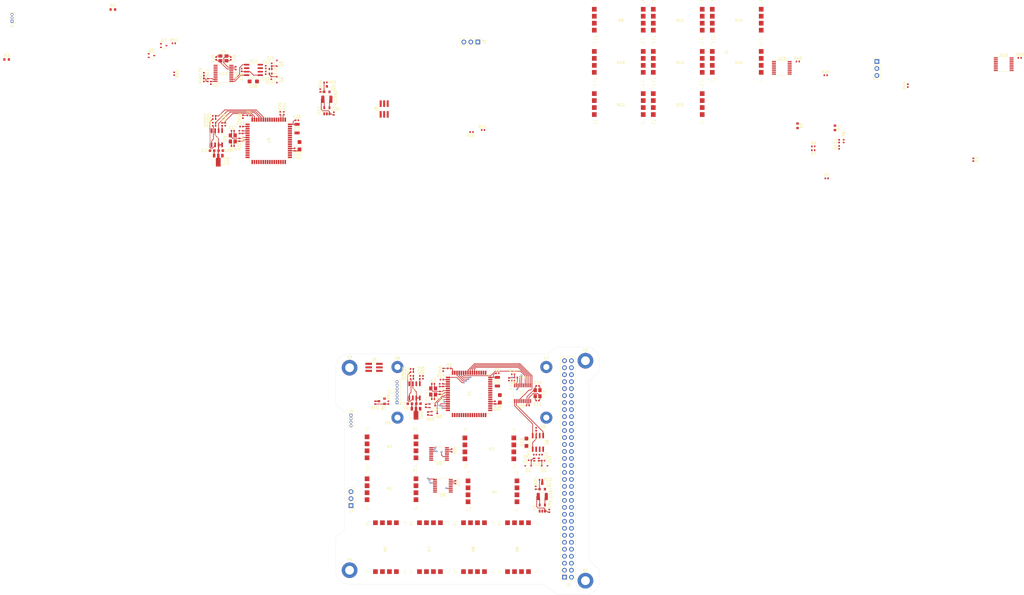
<source format=kicad_pcb>
(kicad_pcb (version 20211014) (generator pcbnew)
  (layers (0 "F.Cu" signal) (1 "In1.Cu" power) (2 "In2.Cu" power) (31 "B.Cu" signal) (34 "B.Paste" user) (35 "F.Paste" user) (36 "B.SilkS" user "B.Silkscreen") (37 "F.SilkS" user "F.Silkscreen") (38 "B.Mask" user) (39 "F.Mask" user) (44 "Edge.Cuts" user))
  (net 0 "")
  (net 1 "GND")
  (net 2 "+5V")
  (net 3 "Net-(CH1-Pad1)")
  (net 4 "+5V_B")
  (net 5 "Net-(CL1-Pad1)")
  (net 6 "/SDA")
  (net 7 "+5V_A")
  (net 9 "+5V_GEIGER")
  (net 10 "Net-(D1-Pad1)")
  (net 11 "Net-(D2-Pad1)")
  (net 12 "Net-(D7-Pad1)")
  (net 13 "Net-(H1-Pad1)")
  (net 14 "Net-(H2-Pad1)")
  (net 15 "Net-(H3-Pad1)")
  (net 16 "Net-(H4-Pad1)")
  (net 17 "Net-(Q1-Pad1)")
  (net 18 "/GEIGER_EN")
  (net 19 "/SCL")
  (net 21 "Net-(C5-Pad1)")
  (net 23 "Net-(R20-Pad1)")
  (net 24 "Net-(R35-Pad1)")
  (net 25 "Net-(Q2-Pad2)")
  (net 26 "Net-(Q2-Pad1)")
  (net 27 "Net-(Q3-Pad1)")
  (net 28 "Net-(C1-Pad1)")
  (net 29 "Net-(C2-Pad1)")
  (net 30 "Net-(C8-Pad1)")
  (net 31 "Net-(C10-Pad1)")
  (net 32 "Net-(C11-Pad1)")
  (net 33 "/CANBUS Controller 0/MCP_RESET")
  (net 34 "Net-(C16-Pad1)")
  (net 35 "Net-(C17-Pad1)")
  (net 36 "Net-(C20-Pad1)")
  (net 37 "Net-(C23-Pad1)")
  (net 38 "Net-(C25-Pad1)")
  (net 39 "Net-(C26-Pad1)")
  (net 40 "/CANBUS Controller 1/MCP_RESET")
  (net 41 "CANH")
  (net 42 "Net-(CH3-Pad1)")
  (net 43 "CANL")
  (net 44 "Net-(CL3-Pad1)")
  (net 45 "Net-(D2-Pad2)")
  (net 46 "Net-(D3-Pad1)")
  (net 47 "Net-(D6-Pad2)")
  (net 48 "Net-(D6-Pad1)")
  (net 49 "/I2C_SCL")
  (net 50 "/I2C_SDA")
  (net 51 "/1WIRE")
  (net 52 "Net-(J6-Pad5)")
  (net 53 "/CANBUS Controller 0/MOSI")
  (net 54 "/CANBUS Controller 0/SCK")
  (net 55 "/CANBUS Controller 0/MISO")
  (net 56 "Net-(J7-Pad1)")
  (net 57 "Net-(J7-Pad3)")
  (net 58 "Net-(J8-Pad5)")
  (net 59 "/CANBUS Controller 1/MOSI")
  (net 60 "/CANBUS Controller 1/SCK")
  (net 61 "/CANBUS Controller 1/MISO")
  (net 62 "Net-(J9-Pad3)")
  (net 63 "Net-(J9-Pad1)")
  (net 64 "/N0_RST")
  (net 65 "/N0_RX")
  (net 66 "/N0_TX")
  (net 67 "/N0_PWR")
  (net 68 "/N1_RST")
  (net 69 "/N1_RX")
  (net 70 "/N1_TX")
  (net 71 "/N1_PWR")
  (net 72 "/N2_RST")
  (net 73 "/N2_RX")
  (net 74 "/N2_TX")
  (net 75 "/N2_PWR")
  (net 76 "/N3_RST")
  (net 77 "/N3_RX")
  (net 78 "/N3_TX")
  (net 79 "/N3_PWR")
  (net 80 "/N8_RST")
  (net 81 "/N8_RX")
  (net 82 "/N8_TX")
  (net 83 "/N8_PWR")
  (net 84 "/N9_RST")
  (net 85 "/N9_RX")
  (net 86 "/N9_TX")
  (net 87 "/N9_PWR")
  (net 88 "/N10_RST")
  (net 89 "/N10_RX")
  (net 90 "/N10_TX")
  (net 91 "/N10_PWR")
  (net 92 "/N11_RST")
  (net 93 "/N11_RX")
  (net 94 "/N11_TX")
  (net 95 "/N11_PWR")
  (net 96 "/N4_RST")
  (net 97 "/N4_RX")
  (net 98 "/N4_TX")
  (net 99 "/N4_PWR")
  (net 100 "/N5_RST")
  (net 101 "/N5_RX")
  (net 102 "/N5_TX")
  (net 103 "/N5_PWR")
  (net 104 "/N6_RST")
  (net 105 "/N6_RX")
  (net 106 "/N6_TX")
  (net 107 "/N6_PWR")
  (net 108 "/N7_RST")
  (net 109 "/N7_RX")
  (net 110 "/N7_TX")
  (net 111 "/N7_PWR")
  (net 112 "/N12_RST")
  (net 113 "/N12_RX")
  (net 114 "/N12_TX")
  (net 115 "/N12_PWR")
  (net 116 "/N13_RST")
  (net 117 "/N13_RX")
  (net 118 "/N13_TX")
  (net 119 "/N13_PWR")
  (net 120 "/N14_RST")
  (net 121 "/N14_RX")
  (net 122 "/N14_TX")
  (net 123 "/N14_PWR")
  (net 124 "/N15_RST")
  (net 125 "/N15_RX")
  (net 126 "/N15_TX")
  (net 127 "/N15_PWR")
  (net 128 "Net-(R13-Pad1)")
  (net 129 "Net-(R14-Pad2)")
  (net 130 "Net-(R15-Pad1)")
  (net 131 "/Payload Supervisor 0/SD_CS")
  (net 132 "Net-(R21-Pad1)")
  (net 133 "Net-(R22-Pad1)")
  (net 134 "Net-(R26-Pad2)")
  (net 135 "Net-(R50-Pad2)")
  (net 136 "/Payload Supervisor 1/SD_CS")
  (net 137 "/Payload Power Control 0/CSENSE")
  (net 138 "/Node RX MUX 0/A0")
  (net 139 "/Node RX MUX 0/A1")
  (net 140 "/Node RX MUX 0/A2")
  (net 141 "/Node RX MUX 0/IN")
  (net 142 "/Node TX MUX 0/IN")
  (net 143 "/CANBUS Controller 0/CS")
  (net 144 "/CANBUS Controller 0/MCP_TX0RTS")
  (net 145 "/CANBUS Controller 0/MCP_RX1BF")
  (net 146 "/CANBUS Controller 0/MCP_RX0BF")
  (net 147 "/CANBUS Controller 0/MCP_INT")
  (net 148 "/Payload Power Control 1/CSENSE")
  (net 149 "/Node RX MUX 1/A0")
  (net 150 "/Node RX MUX 1/A1")
  (net 151 "/Node RX MUX 1/A2")
  (net 152 "/Node RX MUX 1/IN")
  (net 153 "/Node TX MUX 1/IN")
  (net 154 "/CANBUS Controller 1/CS")
  (net 155 "/CANBUS Controller 1/MCP_TX0RTS")
  (net 156 "/CANBUS Controller 1/MCP_RX1BF")
  (net 157 "/CANBUS Controller 1/MCP_RX0BF")
  (net 158 "/CANBUS Controller 1/MCP_INT")
  (net 159 "Net-(Q3-Pad2)")
  (net 160 "Net-(R27-Pad2)")
  (net 161 "Net-(R29-Pad2)")
  (net 162 "Net-(R33-Pad1)")
  (net 163 "Net-(R34-Pad2)")
  (net 164 "Net-(R40-Pad1)")
  (net 165 "Net-(R41-Pad1)")
  (net 166 "Net-(R42-Pad1)")
  (net 167 "Net-(R47-Pad2)")
  (net 168 "Net-(R49-Pad2)")
  (net 169 "Net-(U7-Pad2)")
  (net 170 "Net-(U7-Pad1)")
  (net 171 "Net-(U13-Pad2)")
  (net 172 "Net-(U13-Pad1)")
  (net 173 "MOSFET_GEIGER")
  (net 174 "/Payload Supervisor 0/GEIGER_EN")
  (net 175 "/Payload Supervisor 1/GEIGER_EN")
  (net 180 "/Payload Supervisor 0/GEIGER_FET")
  (net 181 "/Payload Supervisor 0/1WIRE")
  (net 185 "/Payload Supervisor 0/S0_JTAG_TDI")
  (net 186 "/Payload Supervisor 0/S0_JTAG_TDO")
  (net 187 "/Payload Supervisor 0/S0_JTAG_TMS")
  (net 188 "/Payload Supervisor 0/S0_JTAG_TCK")
  (net 202 "/Payload Supervisor 1/GEIGER_FET")
  (net 203 "/Payload Supervisor 1/1WIRE")
  (net 207 "/Payload Supervisor 1/S0_JTAG_TDI")
  (net 208 "/Payload Supervisor 1/S0_JTAG_TDO")
  (net 209 "/Payload Supervisor 1/S0_JTAG_TMS")
  (net 210 "/Payload Supervisor 1/S0_JTAG_TCK")
  (footprint "MountingHole:MountingHole_3.2mm_M3_ISO7380_Pad" (layer "F.Cu") (at 179.705 144.78)
    (fp_text reference "H1")
    (fp_text value "CubeSat Mount / M3")
  )
  (footprint "MountingHole:MountingHole_3.2mm_M3_ISO7380_Pad" (layer "F.Cu") (at 179.705 64.77)
    (fp_text reference "H2")
    (fp_text value "CubeSat Mount / M3")
  )
  (footprint "MountingHole:MountingHole_3.2mm_M3_ISO7380_Pad" (layer "F.Cu") (at 93.98 67.31)
    (fp_text reference "H3")
    (fp_text value "CubeSat Mount / M3")
  )
  (footprint "MountingHole:MountingHole_3.2mm_M3_ISO7380_Pad" (layer "F.Cu") (at 93.98 140.97)
    (fp_text reference "H4")
    (fp_text value "CubeSat Mount / M3")
  )
  (footprint "Connector_PinSocket_2.54mm:PinSocket_2x32_P2.54mm_Vertical" (layer "F.Cu") (at 172.085 143.51 180)
    (fp_text reference "J3")
    (fp_text value "PC/104 Connector")
  )
  (footprint "Connector_PinHeader_2.54mm:PinHeader_1x03_P2.54mm_Vertical" (layer "F.Cu") (at 94.488 117.475 180)
    (fp_text reference "J7")
    (fp_text value "Conn_01x03_Male")
  )
  (footprint "Capacitor_SMD:C_0402_1005Metric" (layer "F.Cu") (at 126.746 73.66 90)
    (fp_text reference "C3" hide)
    (fp_text value "100nF")
  )
  (footprint "Capacitor_SMD:C_0402_1005Metric" (layer "F.Cu") (at 146.812 80.01 90)
    (fp_text reference "C4")
    (fp_text value "100nF")
  )
  (footprint "Capacitor_SMD:C_0402_1005Metric" (layer "F.Cu") (at 166.558 119.3755 90)
    (fp_text reference "C9")
    (fp_text value "100nF")
  )
  (footprint "Capacitor_SMD:C_0402_1005Metric" (layer "F.Cu") (at 162.306 79.248 180)
    (fp_text reference "C11")
    (fp_text value "22pF")
  )
  (footprint "Capacitor_Tantalum_SMD:CP_EIA-3216-10_Kemet-I" (layer "F.Cu") (at 158.242 94.408 90)
    (fp_text reference "C13")
    (fp_text value "22uF")
  )
  (footprint "Capacitor_SMD:C_0402_1005Metric" (layer "F.Cu") (at 161.389 98.933 180)
    (fp_text reference "CH1")
    (fp_text value "50pF")
  )
  (footprint "Capacitor_SMD:C_0402_1005Metric" (layer "F.Cu") (at 63.5 -39.977 -90)
    (fp_text reference "CH3")
    (fp_text value "50pF")
  )
  (footprint "Capacitor_SMD:C_0402_1005Metric" (layer "F.Cu") (at 163.449 98.933)
    (fp_text reference "CL1")
    (fp_text value "50pF")
  )
  (footprint "Capacitor_SMD:C_0402_1005Metric" (layer "F.Cu") (at 63.5 -42.037 90)
    (fp_text reference "CL3")
    (fp_text value "50pF")
  )
  (footprint "LED_SMD:LED_0402_1005Metric" (layer "F.Cu") (at 320.675 -8.359 -90)
    (fp_text reference "D3")
    (fp_text value "LED")
  )
  (footprint "Diode_SMD:D_SOD-323" (layer "F.Cu") (at 164.846 102.997)
    (fp_text reference "D5")
    (fp_text value "TVS2")
  )
  (footprint "Inductor_SMD:L_CommonModeChoke_Coilcraft_0805USB" (layer "F.Cu") (at 161.925 100.711 -90)
    (fp_text reference "FL1")
    (fp_text value "DLW21SN921SK2")
  )
  (footprint "Resistor_SMD:R_0603_1608Metric" (layer "F.Cu") (at 270.383 -19.939 -90)
    (fp_text reference "R1")
    (fp_text value "1M")
  )
  (footprint "Resistor_SMD:R_0402_1005Metric" (layer "F.Cu") (at 271.907 -12.827 90)
    (fp_text reference "R5")
    (fp_text value "1K")
  )
  (footprint "Resistor_SMD:R_0402_1005Metric" (layer "F.Cu") (at 262.509 -11.811 180)
    (fp_text reference "R7")
    (fp_text value "4.7K")
  )
  (footprint "Capacitor_SMD:C_0402_1005Metric" (layer "F.Cu") (at 161.798 89.662 90)
    (fp_text reference "C15")
    (fp_text value "100nF")
  )
  (footprint "Capacitor_SMD:C_0402_1005Metric" (layer "F.Cu") (at 51.515 -13.316 180)
    (fp_text reference "C16")
    (fp_text value "22pF")
  )
  (footprint "Capacitor_SMD:C_0402_1005Metric" (layer "F.Cu") (at 53.928 -18.396 90)
    (fp_text reference "C18" hide)
    (fp_text value "100nF")
  )
  (footprint "Capacitor_SMD:C_0402_1005Metric" (layer "F.Cu") (at 73.994 -12.046 90)
    (fp_text reference "C19")
    (fp_text value "100nF")
  )
  (footprint "Capacitor_Tantalum_SMD:CP_EIA-3216-10_Kemet-I" (layer "F.Cu") (at 75.772 -13.443 90)
    (fp_text reference "C21")
    (fp_text value "22uF")
  )
  (footprint "Capacitor_SMD:C_0402_1005Metric" (layer "F.Cu") (at 88.265 -25.148 90)
    (fp_text reference "C24")
    (fp_text value "100nF")
  )
  (footprint "Capacitor_SMD:C_0402_1005Metric" (layer "F.Cu") (at 50.8 -45.212 -90)
    (fp_text reference "C26")
    (fp_text value "22pF")
  )
  (footprint "LED_SMD:LED_0402_1005Metric" (layer "F.Cu") (at 267.388 -1.579)
    (fp_text reference "D7")
    (fp_text value "LED")
  )
  (footprint "Diode_SMD:D_SOD-323" (layer "F.Cu") (at 67.564 -37.465 -90)
    (fp_text reference "D8")
    (fp_text value "TVS1")
  )
  (footprint "Diode_SMD:D_SOD-323" (layer "F.Cu") (at 67.564 -43.434 90)
    (fp_text reference "D9")
    (fp_text value "TVS2")
  )
  (footprint "MountingHole:MountingHole_2.2mm_M2_Pad" (layer "F.Cu") (at 111.379 85.471)
    (fp_text reference "H5")
    (fp_text value "GeigerBoard Mount / M2")
  )
  (footprint "MountingHole:MountingHole_2.2mm_M2_Pad" (layer "F.Cu") (at 111.379 67.056)
    (fp_text reference "H6")
    (fp_text value "GeigerBoard Mount / M2")
  )
  (footprint "MountingHole:MountingHole_2.2mm_M2_Pad" (layer "F.Cu") (at 165.481 67.056)
    (fp_text reference "H7")
    (fp_text value "GeigerBoard Mount / M2")
  )
  (footprint "MountingHole:MountingHole_2.2mm_M2_Pad" (layer "F.Cu") (at 165.481 85.471)
    (fp_text reference "H8")
    (fp_text value "GeigerBoard Mount / M2")
  )
  (footprint "Connector_PinHeader_1.27mm:PinHeader_1x07_P1.27mm_Vertical" (layer "F.Cu") (at 111.252 80.025 180)
    (fp_text reference "J2")
    (fp_text value "GeigerBoard")
  )
  (footprint "Connector_PinHeader_1.27mm:PinHeader_1x03_P1.27mm_Vertical" (layer "F.Cu") (at -28.697 -58.674 180)
    (fp_text reference "J4")
    (fp_text value "Solar_Temp")
  )
  (footprint "Connector_PinHeader_1.27mm:PinHeader_1x04_P1.27mm_Vertical" (layer "F.Cu") (at 94.488 84.587)
    (fp_text reference "J5")
    (fp_text value "Sensor_Ext")
  )
  (footprint "Connector_PinHeader_1.27mm:PinHeader_2x03_P1.27mm_Vertical_SMD" (layer "F.Cu") (at 106.553 -26.797 90)
    (fp_text reference "J8")
    (fp_text value "Conn_02x03_Odd_Even")
  )
  (footprint "Inductor_SMD:L_1206_3216Metric" (layer "F.Cu") (at 147.701 72.39 90)
    (fp_text reference "L1")
    (fp_text value "Ferrite")
  )
  (footprint "Resistor_SMD:R_0402_1005Metric" (layer "F.Cu") (at 127.889 73.66 -90)
    (fp_text reference "R11")
    (fp_text value "20K")
  )
  (footprint "Resistor_SMD:R_0402_1005Metric" (layer "F.Cu") (at 126.746 76.454 90)
    (fp_text reference "R12")
    (fp_text value "1M")
  )
  (footprint "Resistor_SMD:R_0402_1005Metric" (layer "F.Cu") (at 127.508 71.628 180)
    (fp_text reference "R13")
    (fp_text value "1K")
  )
  (footprint "Resistor_SMD:R_0402_1005Metric" (layer "F.Cu") (at 142.496 -19.177)
    (fp_text reference "R14")
    (fp_text value "1K")
  )
  (footprint "Resistor_SMD:R_0402_1005Metric" (layer "F.Cu") (at 138.303 -18.415 180)
    (fp_text reference "R15")
    (fp_text value "1K")
  )
  (footprint "Resistor_SMD:R_0402_1005Metric" (layer "F.Cu") (at 128.016 68.072 90)
    (fp_text reference "R16")
    (fp_text value "1K")
  )
  (footprint "Resistor_SMD:R_0402_1005Metric" (layer "F.Cu") (at 163.51 108.0725)
    (fp_text reference "R23")
    (fp_text value "1K")
  )
  (footprint "Resistor_SMD:R_0402_1005Metric" (layer "F.Cu") (at 161.605 110.9935 -90)
    (fp_text reference "R24")
    (fp_text value "10K")
  )
  (footprint "Resistor_SMD:R_0402_1005Metric" (layer "F.Cu") (at 132.461 108.966 -90)
    (fp_text reference "R27")
    (fp_text value "33K")
  )
  (footprint "Resistor_SMD:R_0402_1005Metric" (layer "F.Cu") (at 158.75 81.026 180)
    (fp_text reference "R28")
    (fp_text value "1M")
  )
  (footprint "Resistor_SMD:R_0402_1005Metric" (layer "F.Cu") (at 154.432 70.866)
    (fp_text reference "R29")
    (fp_text value "1K")
  )
  (footprint "Resistor_SMD:R_0402_1005Metric" (layer "F.Cu") (at 153.416 69.723)
    (fp_text reference "R30")
    (fp_text value "10K")
  )
  (footprint "Resistor_SMD:R_1210_3225Metric" (layer "F.Cu") (at 164.018 114.1685)
    (fp_text reference "R_CSB1")
    (fp_text value "0.1")
  )
  (footprint "Package_SO:TSSOP-16_4.4x5mm_P0.65mm" (layer "F.Cu") (at 126.492 98.679 180)
    (fp_text reference "U5")
    (fp_text value "74HC4051BQ,115")
  )
  (footprint "Crystal:Crystal_SMD_3225-4Pin_3.2x2.5mm" (layer "F.Cu") (at 51.515 -16.11 90)
    (fp_text reference "Y3")
    (fp_text value "8 MHz")
  )
  (footprint "Crystal:Crystal_SMD_3225-4Pin_3.2x2.5mm" (layer "F.Cu") (at 48.133 -45.212 180)
    (fp_text reference "Y4")
    (fp_text value "12MHz")
  )
  (footprint "Package_TO_SOT_SMD:SOT-23-5" (layer "F.Cu") (at 164.018 118.3595 90)
    (fp_text reference "U4")
    (fp_text value "MAX4372FEUK")
  )
  (footprint "Capacitor_SMD:C_0402_1005Metric" (layer "F.Cu") (at 124.333 73.152)
    (fp_text reference "C2")
    (fp_text value "22pF")
  )
  (footprint "Capacitor_SMD:C_0402_1005Metric" (layer "F.Cu") (at 147.701 69.342)
    (fp_text reference "C5")
    (fp_text value "100nF")
  )
  (footprint "Capacitor_Tantalum_SMD:CP_EIA-3216-10_Kemet-I" (layer "F.Cu") (at 148.59 78.613 90)
    (fp_text reference "C6")
    (fp_text value "22uF")
  )
  (footprint "Capacitor_SMD:C_0402_1005Metric" (layer "F.Cu") (at 162.306 73.914)
    (fp_text reference "C10")
    (fp_text value "22pF")
  )
  (footprint "Capacitor_SMD:C_0402_1005Metric" (layer "F.Cu") (at 153.416 72.009 180)
    (fp_text reference "C12")
    (fp_text value "100nF")
  )
  (footprint "Capacitor_SMD:C_0402_1005Metric" (layer "F.Cu") (at 151.892 71.501 -90)
    (fp_text reference "C14")
    (fp_text value "100nF")
  )
  (footprint "Capacitor_SMD:C_0402_1005Metric" (layer "F.Cu") (at 159.512 100.965 180)
    (fp_text reference "CH2")
    (fp_text value "50pF")
  )
  (footprint "Capacitor_SMD:C_0402_1005Metric" (layer "F.Cu") (at 65.532 -38.1 -90)
    (fp_text reference "CH4")
    (fp_text value "50pF")
  )
  (footprint "Capacitor_SMD:C_0402_1005Metric" (layer "F.Cu") (at 164.338 101.092)
    (fp_text reference "CL2")
    (fp_text value "50pF")
  )
  (footprint "Capacitor_SMD:C_0402_1005Metric" (layer "F.Cu") (at 65.659 -42.926 90)
    (fp_text reference "CL4")
    (fp_text value "50pF")
  )
  (footprint "LED_SMD:LED_0402_1005Metric" (layer "F.Cu") (at 271.907 -15.113 90)
    (fp_text reference "D1")
    (fp_text value "LED_PWON")
  )
  (footprint "LED_SMD:LED_0402_1005Metric" (layer "F.Cu") (at 130.175 67.564)
    (fp_text reference "D2")
    (fp_text value "LED_STATUS")
  )
  (footprint "Diode_SMD:D_SOD-323" (layer "F.Cu") (at 158.877 102.997 180)
    (fp_text reference "D4")
    (fp_text value "TVS1")
  )
  (footprint "LED_SMD:LED_0402_1005Metric" (layer "F.Cu") (at 57.357 -24.492)
    (fp_text reference "D6")
    (fp_text value "LED_STATUS")
  )
  (footprint "Inductor_SMD:L_CommonModeChoke_Coilcraft_0805USB" (layer "F.Cu") (at 65.278 -40.513)
    (fp_text reference "FL2")
    (fp_text value "DLW21SN921SK2")
  )
  (footprint "Resistor_SMD:R_0603_1608Metric" (layer "F.Cu") (at 256.794 -20.701 -90)
    (fp_text reference "R2")
    (fp_text value "1M")
  )
  (footprint "Resistor_SMD:R_0603_1608Metric" (layer "F.Cu") (at -30.666 -44.831)
    (fp_text reference "R3")
    (fp_text value "1M")
  )
  (footprint "Resistor_SMD:R_0603_1608Metric" (layer "F.Cu") (at 7.942 -62.992)
    (fp_text reference "R4")
    (fp_text value "1M")
  )
  (footprint "Resistor_SMD:R_0402_1005Metric" (layer "F.Cu") (at 262.509 -13.208)
    (fp_text reference "R6")
    (fp_text value "4.7K")
  )
  (footprint "Resistor_SMD:R_0402_1005Metric" (layer "F.Cu") (at 273.558 -15.113 -90)
    (fp_text reference "R8")
    (fp_text value "4.7K")
  )
  (footprint "Package_QFP:TQFP-64_14x14mm_P0.8mm" (layer "F.Cu") (at 137.414 76.835 -90)
    (fp_text reference "U1")
    (fp_text value "ATmega128A-AU")
  )
  (footprint "Crystal:Crystal_SMD_3225-4Pin_3.2x2.5mm" (layer "F.Cu") (at 162.306 76.581 90)
    (fp_text reference "Y2")
    (fp_text value "12MHz")
  )
  (footprint "Package_TO_SOT_SMD:SOT-23" (layer "F.Cu") (at 85.725 -34.038 90)
    (fp_text reference "Q3")
    (fp_text value "PMV65XP")
  )
  (footprint "Resistor_SMD:R_0402_1005Metric" (layer "F.Cu") (at 54.69 -20.428 180)
    (fp_text reference "R33")
    (fp_text value "1K")
  )
  (footprint "Resistor_SMD:R_0402_1005Metric" (layer "F.Cu") (at 70.057 -25.254 -90)
    (fp_text reference "R34")
    (fp_text value "1K")
  )
  (footprint "ykts-mcu-node:YktSat_MCU_node" (layer "F.Cu") (at 118.11 118.364 180)
    (fp_text reference "N1")
    (fp_text value "YKTS-MCU-NODE")
  )
  (footprint "ykts-mcu-node:YktSat_MCU_node" (layer "F.Cu") (at 118.11 103.124 180)
    (fp_text reference "N2")
    (fp_text value "YKTS-MCU-NODE")
  )
  (footprint "ykts-mcu-node:YktSat_MCU_node" (layer "F.Cu") (at 135.89 89.789)
    (fp_text reference "N3")
    (fp_text value "YKTS-MCU-NODE")
  )
  (footprint "ykts-mcu-node:YktSat_MCU_node" (layer "F.Cu") (at 137.033 105.41)
    (fp_text reference "N4")
    (fp_text value "YKTS-MCU-NODE")
  )
  (footprint "ykts-mcu-node:YktSat_MCU_node" (layer "F.Cu") (at 114.046 123.698 -90)
    (fp_text reference "N5")
    (fp_text value "YKTS-MCU-NODE")
  )
  (footprint "ykts-mcu-node:YktSat_MCU_node" (layer "F.Cu") (at 162.052 123.698 -90)
    (fp_text reference "N6")
    (fp_text value "YKTS-MCU-NODE")
  )
  (footprint "ykts-mcu-node:YktSat_MCU_node" (layer "F.Cu") (at 130.048 123.698 -90)
    (fp_text reference "N7")
    (fp_text value "YKTS-MCU-NODE")
  )
  (footprint "ykts-mcu-node:YktSat_MCU_node" (layer "F.Cu") (at 146.05 123.698 -90)
    (fp_text reference "N8")
    (fp_text value "YKTS-MCU-NODE")
  )
  (footprint "Capacitor_SMD:C_0402_1005Metric" (layer "F.Cu") (at 51.515 -18.904)
    (fp_text reference "C17")
    (fp_text value "22pF")
  )
  (footprint "Capacitor_SMD:C_0402_1005Metric" (layer "F.Cu") (at 74.883 -22.714)
    (fp_text reference "C20")
    (fp_text value "100nF")
  )
  (footprint "Capacitor_SMD:C_0402_1005Metric" (layer "F.Cu") (at 45.466 -45.212 90)
    (fp_text reference "C25")
    (fp_text value "22pF")
  )
  (footprint "Capacitor_Tantalum_SMD:CP_EIA-3216-10_Kemet-I" (layer "F.Cu") (at 58.975 -36.83 180)
    (fp_text reference "C28")
    (fp_text value "22uF")
  )
  (footprint "Connector_PinHeader_2.54mm:PinHeader_1x03_P2.54mm_Vertical" (layer "F.Cu") (at 285.629 -44.072)
    (fp_text reference "J1")
    (fp_text value "DBG_PWR")
  )
  (footprint "Connector_PinHeader_2.54mm:PinHeader_1x03_P2.54mm_Vertical" (layer "F.Cu") (at 140.589 -51.181 -90)
    (fp_text reference "J9")
    (fp_text value "Conn_01x03_Male")
  )
  (footprint "ykts-mcu-node:YktSat_MCU_node" (layer "F.Cu") (at 182.926 -66.14)
    (fp_text reference "N9")
    (fp_text value "YKTS-MCU-NODE")
  )
  (footprint "ykts-mcu-node:YktSat_MCU_node" (layer "F.Cu") (at 182.926 -50.8)
    (fp_text reference "N10")
    (fp_text value "YKTS-MCU-NODE")
  )
  (footprint "ykts-mcu-node:YktSat_MCU_node" (layer "F.Cu") (at 204.366 -66.14)
    (fp_text reference "N11")
    (fp_text value "YKTS-MCU-NODE")
  )
  (footprint "ykts-mcu-node:YktSat_MCU_node" (layer "F.Cu") (at 182.926 -35.46)
    (fp_text reference "N12")
    (fp_text value "YKTS-MCU-NODE")
  )
  (footprint "ykts-mcu-node:YktSat_MCU_node" (layer "F.Cu") (at 204.366 -50.8)
    (fp_text reference "N13")
    (fp_text value "YKTS-MCU-NODE")
  )
  (footprint "ykts-mcu-node:YktSat_MCU_node" (layer "F.Cu") (at 225.806 -66.14)
    (fp_text reference "N14")
    (fp_text value "YKTS-MCU-NODE")
  )
  (footprint "ykts-mcu-node:YktSat_MCU_node" (layer "F.Cu") (at 204.366 -35.46)
    (fp_text reference "N15")
    (fp_text value "YKTS-MCU-NODE")
  )
  (footprint "ykts-mcu-node:YktSat_MCU_node" (layer "F.Cu") (at 225.806 -50.8)
    (fp_text reference "N16")
    (fp_text value "YKTS-MCU-NODE")
  )
  (footprint "Resistor_SMD:R_0402_1005Metric" (layer "F.Cu") (at 68.787 -25.254 90)
    (fp_text reference "R35")
    (fp_text value "1K")
  )
  (footprint "Resistor_SMD:R_0402_1005Metric" (layer "F.Cu") (at 55.198 -23.984 90)
    (fp_text reference "R36")
    (fp_text value "1K")
  )
  (footprint "Resistor_SMD:R_0402_1005Metric" (layer "F.Cu") (at 85.217 -36.451)
    (fp_text reference "R43")
    (fp_text value "1K")
  )
  (footprint "Resistor_SMD:R_0402_1005Metric" (layer "F.Cu") (at 83.312 -33.53 -90)
    (fp_text reference "R44")
    (fp_text value "10K")
  )
  (footprint "Resistor_SMD:R_0402_1005Metric" (layer "F.Cu") (at 296.868 -35.3075 90)
    (fp_text reference "R45")
    (fp_text value "1K")
  )
  (footprint "Resistor_SMD:R_0402_1005Metric" (layer "F.Cu") (at 52.578 -41.656 -90)
    (fp_text reference "R46")
    (fp_text value "1M")
  )
  (footprint "Resistor_SMD:R_0402_1005Metric" (layer "F.Cu") (at 42.418 -37.338 90)
    (fp_text reference "R47")
    (fp_text value "1K")
  )
  (footprint "Resistor_SMD:R_0402_1005Metric" (layer "F.Cu") (at 41.021 -37.338 90)
    (fp_text reference "R48")
    (fp_text value "10K")
  )
  (footprint "Resistor_SMD:R_0402_1005Metric" (layer "F.Cu") (at 256.909 -44.083)
    (fp_text reference "R49")
    (fp_text value "33K")
  )
  (footprint "Resistor_SMD:R_0402_1005Metric" (layer "F.Cu") (at 337.549 -45.402)
    (fp_text reference "R50")
    (fp_text value "33K")
  )
  (footprint "Resistor_SMD:R_1210_3225Metric" (layer "F.Cu") (at 85.725 -30.355)
    (fp_text reference "R_CSB2")
    (fp_text value "0.1")
  )
  (footprint "Package_SO:TSSOP-16_4.4x5mm_P0.65mm" (layer "F.Cu") (at 127.889 110.236 180)
    (fp_text reference "U6")
    (fp_text value "74HC4051BQ,115")
  )
  (footprint "Package_SO:TSSOP-20_4.4x6.5mm_P0.65mm" (layer "F.Cu") (at 156.845 76.581 90)
    (fp_text reference "U7")
    (fp_text value "MCP2515-xST")
  )
  (footprint "Package_SO:SOIC-8_3.9x4.9mm_P1.27mm" (layer "F.Cu") (at 162.433 94.488 -90)
    (fp_text reference "U8")
    (fp_text value "MCP2551-I-SN")
  )
  (footprint "Package_QFP:TQFP-64_14x14mm_P0.8mm" (layer "F.Cu") (at 64.596 -15.221 -90)
    (fp_text reference "U9")
    (fp_text value "ATmega128A-AU")
  )
  (footprint "Package_TO_SOT_SMD:SOT-23-5" (layer "F.Cu") (at 85.725 -26.164 90)
    (fp_text reference "U12")
    (fp_text value "MAX4372FEUK")
  )
  (footprint "Package_SO:TSSOP-20_4.4x6.5mm_P0.65mm" (layer "F.Cu") (at 48.133 -39.751 180)
    (fp_text reference "U13")
    (fp_text value "MCP2515-xST")
  )
  (footprint "Package_SO:SOIC-8_3.9x4.9mm_P1.27mm" (layer "F.Cu") (at 59.055 -41.021)
    (fp_text reference "U14")
    (fp_text value "MCP2551-I-SN")
  )
  (footprint "Package_SO:TSSOP-16_4.4x5mm_P0.65mm" (layer "F.Cu") (at 251.079 -41.783)
    (fp_text reference "U15")
    (fp_text value "74HC4051BQ,115")
  )
  (footprint "Package_SO:TSSOP-16_4.4x5mm_P0.65mm" (layer "F.Cu") (at 331.719 -43.102)
    (fp_text reference "U16")
    (fp_text value "74HC4051BQ,115")
  )
  (footprint "Capacitor_SMD:C_0402_1005Metric" (layer "F.Cu") (at 124.333 78.74 180)
    (fp_text reference "C1")
    (fp_text value "22pF")
  )
  (footprint "Capacitor_SMD:C_0402_1005Metric" (layer "F.Cu") (at 43.561 -36.322 -90)
    (fp_text reference "C27")
    (fp_text value "100nF")
  )
  (footprint "Capacitor_SMD:C_0402_1005Metric" (layer "F.Cu") (at 41.021 -39.497 90)
    (fp_text reference "C29")
    (fp_text value "100nF")
  )
  (footprint "Capacitor_SMD:C_0402_1005Metric" (layer "F.Cu") (at 54.737 -41.021 90)
    (fp_text reference "C30")
    (fp_text value "100nF")
  )
  (footprint "Connector_PinHeader_1.27mm:PinHeader_2x03_P1.27mm_Vertical_SMD" (layer "F.Cu") (at 102.87 67.183)
    (fp_text reference "J6")
    (fp_text value "Conn_02x03_Odd_Even")
  )
  (footprint "Inductor_SMD:L_1206_3216Metric" (layer "F.Cu") (at 74.883 -19.666 90)
    (fp_text reference "L2")
    (fp_text value "Ferrite")
  )
  (footprint "Package_TO_SOT_SMD:SOT-23" (layer "F.Cu") (at 105.664 79.502 180)
    (fp_text reference "Q1")
    (fp_text value "PMV65XP")
  )
  (footprint "Package_TO_SOT_SMD:SOT-23" (layer "F.Cu") (at 164.018 110.4855 90)
    (fp_text reference "Q2")
    (fp_text value "PMV65XP")
  )
  (footprint "Resistor_SMD:R_0402_1005Metric" (layer "F.Cu") (at 108.077 80.01 90)
    (fp_text reference "R9")
    (fp_text value "1K")
  )
  (footprint "Resistor_SMD:R_0402_1005Metric" (layer "F.Cu") (at 103.251 80.01 -90)
    (fp_text reference "R10")
    (fp_text value "10K")
  )
  (footprint "Resistor_SMD:R_0402_1005Metric" (layer "F.Cu") (at 267.0275 -39.077)
    (fp_text reference "R25")
    (fp_text value "1K")
  )
  (footprint "Resistor_SMD:R_0402_1005Metric" (layer "F.Cu") (at 131.064 97.409 -90)
    (fp_text reference "R26")
    (fp_text value "33K")
  )
  (footprint "Resistor_SMD:R_0402_1005Metric" (layer "F.Cu") (at 55.071 -18.396 -90)
    (fp_text reference "R31")
    (fp_text value "20K")
  )
  (footprint "Resistor_SMD:R_0402_1005Metric" (layer "F.Cu") (at 53.928 -15.602 90)
    (fp_text reference "R32")
    (fp_text value "1M")
  )
  (footprint "Crystal:Crystal_SMD_3225-4Pin_3.2x2.5mm" (layer "F.Cu") (at 124.333 75.946 90)
    (fp_text reference "Y1")
    (fp_text value "8 MHz")
  )
  (footprint "Resistor_SMD:R_0402_1005Metric" (layer "F.Cu") (at 30.231 -39.624 -90)
    (fp_text reference "R52")
    (fp_text value "10K")
  )
  (footprint "Resistor_SMD:R_0402_1005Metric" (layer "F.Cu") (at 119.507 70.8015 90)
    (fp_text reference "R22")
    (fp_text value "4.7K")
  )
  (footprint "Capacitor_SMD:C_0603_1608Metric" (layer "F.Cu") (at 115.8885 80.391 180)
    (fp_text reference "C7")
    (fp_text value "10uF")
  )
  (footprint "Package_TO_SOT_SMD:SOT-323_SC-70" (layer "F.Cu") (at 124.079 81.153)
    (fp_text reference "Q4")
    (fp_text value "RJU003N03 NMOS")
  )
  (footprint "Resistor_SMD:R_0402_1005Metric" (layer "F.Cu") (at 116.6505 71.374)
    (fp_text reference "R21")
    (fp_text value "4.7K")
  )
  (footprint "Resistor_SMD:R_0402_1005Metric" (layer "F.Cu") (at 116.6505 70.231 180)
    (fp_text reference "R18")
    (fp_text value "10K")
  )
  (footprint "Resistor_SMD:R_0402_1005Metric" (layer "F.Cu") (at 44.784 -20.682)
    (fp_text reference "R41")
    (fp_text value "4.7K")
  )
  (footprint "Package_TO_SOT_SMD:SOT-323_SC-70" (layer "F.Cu") (at 21.971 -46.228)
    (fp_text reference "Q5")
    (fp_text value "RJU003N03 NMOS")
  )
  (footprint "Resistor_SMD:R_0402_1005Metric" (layer "F.Cu") (at 44.784 -21.825 180)
    (fp_text reference "R38")
    (fp_text value "10K")
  )
  (footprint "Resistor_SMD:R_0402_1005Metric" (layer "F.Cu") (at 44.782 -24.3015 180)
    (fp_text reference "R37")
    (fp_text value "10K")
  )
  (footprint "Capacitor_SMD:C_0603_1608Metric" (layer "F.Cu") (at 44.022 -11.665 180)
    (fp_text reference "C22")
    (fp_text value "10uF")
  )
  (footprint "Resistor_SMD:R_0402_1005Metric" (layer "F.Cu") (at 121.666 81.153 -90)
    (fp_text reference "R51" hide)
    (fp_text value "10K")
  )
  (footprint "Package_SO:SO-8_3.9x4.9mm_P1.27mm" (layer "F.Cu") (at 45.7355 -16.3365 -90)
    (fp_text reference "U11")
    (fp_text value "AT25DF161-SF-T")
  )
  (footprint "Resistor_SMD:R_0402_1005Metric" (layer "F.Cu") (at 47.6405 -21.2545 90)
    (fp_text reference "R42")
    (fp_text value "4.7K")
  )
  (footprint "Capacitor_SMD:C_0603_1608Metric" (layer "F.Cu") (at 118.999 80.391)
    (fp_text reference "C8")
    (fp_text value "22uF")
  )
  (footprint "Resistor_SMD:R_0402_1005Metric" (layer "F.Cu") (at 116.6485 68.8975)
    (fp_text reference "R20")
    (fp_text value "4.7K")
  )
  (footprint "Resistor_SMD:R_0402_1005Metric" (layer "F.Cu") (at 48.7835 -21.2545 -90)
    (fp_text reference "R39")
    (fp_text value "10K")
  )
  (footprint "Package_TO_SOT_SMD:SOT-89-3" (layer "F.Cu") (at 118.11 83.8825 -90)
    (fp_text reference "U2")
    (fp_text value "AMS1117-3.3")
  )
  (footprint "Package_TO_SOT_SMD:SOT-89-3" (layer "F.Cu") (at 46.2435 -8.1735 -90)
    (fp_text reference "U10")
    (fp_text value "AMS1117-3.3")
  )
  (footprint "Capacitor_SMD:C_0603_1608Metric" (layer "F.Cu") (at 47.1325 -11.665)
    (fp_text reference "C23")
    (fp_text value "22uF")
  )
  (footprint "Package_TO_SOT_SMD:SOT-323_SC-70" (layer "F.Cu") (at 26.421 -49.878)
    (fp_text reference "Q7")
    (fp_text value "RJU003N03 NMOS")
  )
  (footprint "Package_SO:SO-8_3.9x4.9mm_P1.27mm" (layer "F.Cu") (at 117.602 75.7195 -90)
    (fp_text reference "U3")
    (fp_text value "AT25DF161-SF-T")
  )
  (footprint "Resistor_SMD:R_0402_1005Metric" (layer "F.Cu") (at 122.428 83.947 -90)
    (fp_text reference "R53")
    (fp_text value "10K")
  )
  (footprint "Resistor_SMD:R_0402_1005Metric" (layer "F.Cu") (at 30.101 -50.708)
    (fp_text reference "R54")
    (fp_text value "10K")
  )
  (footprint "Resistor_SMD:R_0402_1005Metric" (layer "F.Cu") (at 44.782 -23.1585)
    (fp_text reference "R40")
    (fp_text value "4.7K")
  )
  (footprint "Resistor_SMD:R_0402_1005Metric" (layer "F.Cu") (at 120.65 70.8015 -90)
    (fp_text reference "R19")
    (fp_text value "10K")
  )
  (footprint "Package_TO_SOT_SMD:SOT-323_SC-70" (layer "F.Cu") (at 124.841 83.947)
    (fp_text reference "Q6")
    (fp_text value "RJU003N03 NMOS")
  )
  (footprint "Resistor_SMD:R_0402_1005Metric" (layer "F.Cu") (at 116.6485 67.7545 180)
    (fp_text reference "R17")
    (fp_text value "10K")
  )
  (gr_line (start 88.9 80.645) (end 88.9 68.58) (layer "Edge.Cuts") (width 0.05))
  (gr_line (start 184.785 68.58) (end 184.785 64.77) (layer "Edge.Cuts") (width 0.05))
  (gr_line (start 88.9 68.58) (end 88.9 67.437) (layer "Edge.Cuts") (width 0.05))
  (gr_arc (start 184.785 144.78) (mid 183.297102 148.372102) (end 179.705 149.86) (layer "Edge.Cuts") (width 0.05))
  (gr_line (start 92.075 83.185) (end 88.9 80.645) (layer "Edge.Cuts") (width 0.05))
  (gr_line (start 169.545 59.69) (end 179.705 59.69) (layer "Edge.Cuts") (width 0.05))
  (gr_line (start 92.075 126.365) (end 92.075 83.185) (layer "Edge.Cuts") (width 0.05))
  (gr_arc (start 93.98 146.05) (mid 90.387898 144.562102) (end 88.9 140.97) (layer "Edge.Cuts") (width 0.05))
  (gr_line (start 169.545 59.69) (end 166.116 62.23) (layer "Edge.Cuts") (width 0.05))
  (gr_arc (start 179.705 59.69) (mid 183.297102 61.177898) (end 184.785 64.77) (layer "Edge.Cuts") (width 0.05))
  (gr_line (start 88.9 128.905) (end 92.075 126.365) (layer "Edge.Cuts") (width 0.05))
  (gr_line (start 166.116 62.23) (end 93.98 62.23) (layer "Edge.Cuts") (width 0.05))
  (gr_line (start 88.9 140.97) (end 88.9 128.905) (layer "Edge.Cuts") (width 0.05))
  (gr_line (start 179.705 149.86) (end 169.545 149.86) (layer "Edge.Cuts") (width 0.05))
  (gr_line (start 164.465 146.05) (end 93.98 146.05) (layer "Edge.Cuts") (width 0.05))
  (gr_line (start 169.545 149.86) (end 164.465 146.05) (layer "Edge.Cuts") (width 0.05))
  (gr_line (start 180.975 72.39) (end 180.975 137.16) (layer "Edge.Cuts") (width 0.05))
  (gr_line (start 180.975 137.16) (end 184.785 140.97) (layer "Edge.Cuts") (width 0.05))
  (gr_line (start 180.975 72.39) (end 184.785 68.58) (layer "Edge.Cuts") (width 0.05))
  (gr_line (start 184.785 140.97) (end 184.785 144.78) (layer "Edge.Cuts") (width 0.05))
  (gr_arc (start 88.901587 67.43696) (mid 90.343288 63.763069) (end 93.98 62.23) (layer "Edge.Cuts") (width 0.05))
  (segment (start 145.114 79.635) (end 146.707 79.635) (width 0.25) (layer "F.Cu") (net 1))
  (segment (start 161.456 77.681) (end 161.456 78.878) (width 0.25) (layer "F.Cu") (net 1))
  (segment (start 49.233 -44.362) (end 50.43 -44.362) (width 0.25) (layer "F.Cu") (net 1))
  (segment (start 51.995 -18.904) (end 51.995 -17.58) (width 0.25) (layer "F.Cu") (net 1))
  (segment (start 124.813 74.476) (end 125.183 74.846) (width 0.25) (layer "F.Cu") (net 1))
  (segment (start 51.035 -14.64) (end 50.665 -15.01) (width 0.25) (layer "F.Cu") (net 1))
  (segment (start 47.033 -46.062) (end 45.836 -46.062) (width 0.25) (layer "F.Cu") (net 1))
  (segment (start 163.156 75.481) (end 163.156 74.284) (width 0.25) (layer "F.Cu") (net 1))
  (segment (start 51.995 -17.58) (end 52.365 -17.21) (width 0.25) (layer "F.Cu") (net 1))
  (segment (start 51.035 -13.316) (end 51.035 -14.64) (width 0.25) (layer "F.Cu") (net 1))
  (segment (start 124.813 73.152) (end 124.813 74.476) (width 0.25) (layer "F.Cu") (net 1))
  (segment (start 50.43 -44.362) (end 50.8 -44.732) (width 0.25) (layer "F.Cu") (net 1))
  (segment (start 123.853 77.416) (end 123.483 77.046) (width 0.25) (layer "F.Cu") (net 1))
  (segment (start 123.853 78.74) (end 123.853 77.416) (width 0.25) (layer "F.Cu") (net 1))
  (segment (start 161.456 78.878) (end 161.826 79.248) (width 0.25) (layer "F.Cu") (net 1))
  (segment (start 146.707 79.635) (end 146.812 79.53) (width 0.25) (layer "F.Cu") (net 1))
  (segment (start 72.296 -12.421) (end 73.889 -12.421) (width 0.25) (layer "F.Cu") (net 1))
  (segment (start 45.836 -46.062) (end 45.466 -45.692) (width 0.25) (layer "F.Cu") (net 1))
  (segment (start 163.156 74.284) (end 162.786 73.914) (width 0.25) (layer "F.Cu") (net 1))
  (segment (start 73.889 -12.421) (end 73.994 -12.526) (width 0.25) (layer "F.Cu") (net 1))
  (segment (start 104.662 79.5) (end 104.664 79.502) (width 0.35) (layer "F.Cu") (net 2))
  (segment (start 103.251 79.5) (end 104.662 79.5) (width 0.35) (layer "F.Cu") (net 2))
  (segment (start 86.675 -25.064) (end 87.333 -25.064) (width 0.25) (layer "F.Cu") (net 4))
  (segment (start 83.693 -26.672) (end 84.201 -26.164) (width 0.25) (layer "F.Cu") (net 4))
  (segment (start 54.892 -40.386) (end 54.737 -40.541) (width 0.25) (layer "F.Cu") (net 4))
  (segment (start 75.245 -11.566) (end 73.994 -11.566) (width 0.35) (layer "F.Cu") (net 4))
  (segment (start 43.585 -36.826) (end 43.561 -36.802) (width 0.25) (layer "F.Cu") (net 4))
  (segment (start 84.2625 -30.355) (end 83.693 -30.355) (width 0.25) (layer "F.Cu") (net 4))
  (segment (start 73.939 -11.621) (end 73.994 -11.566) (width 0.25) (layer "F.Cu") (net 4))
  (segment (start 53.958 -17.886) (end 53.928 -17.916) (width 0.25) (layer "F.Cu") (net 4))
  (segment (start 59.055 -39.116) (end 61.53 -39.116) (width 0.25) (layer "F.Cu") (net 4))
  (segment (start 45.2705 -36.826) (end 43.585 -36.826) (width 0.25) (layer "F.Cu") (net 4))
  (segment (start 55.206 -18.021) (end 55.071 -17.886) (width 0.25) (layer "F.Cu") (net 4))
  (segment (start 84.775 -27.264) (end 84.775 -29.8425) (width 0.25) (layer "F.Cu") (net 4))
  (segment (start 75.772 -12.093) (end 75.245 -11.566) (width 0.35) (layer "F.Cu") (net 4))
  (segment (start 86.675 -25.844) (end 86.675 -25.064) (width 0.25) (layer "F.Cu") (net 4))
  (segment (start 44.7435 -11.6115) (end 44.797 -11.665) (width 0.35) (layer "F.Cu") (net 4))
  (segment (start 44.7435 -9.8235) (end 44.7435 -11.6115) (width 0.35) (layer "F.Cu") (net 4))
  (segment (start 56.58 -40.386) (end 57.785 -40.386) (width 0.25) (layer "F.Cu") (net 4))
  (segment (start 55.071 -17.886) (end 53.958 -17.886) (width 0.25) (layer "F.Cu") (net 4))
  (segment (start 84.775 -29.8425) (end 84.2625 -30.355) (width 0.25) (layer "F.Cu") (net 4))
  (segment (start 57.785 -40.386) (end 59.055 -39.116) (width 0.25) (layer "F.Cu") (net 4))
  (segment (start 87.333 -25.064) (end 87.729 -24.668) (width 0.25) (layer "F.Cu") (net 4))
  (segment (start 83.693 -30.355) (end 83.693 -26.672) (width 0.25) (layer "F.Cu") (net 4))
  (segment (start 56.896 -18.021) (end 55.206 -18.021) (width 0.25) (layer "F.Cu") (net 4))
  (segment (start 86.355 -26.164) (end 86.675 -25.844) (width 0.25) (layer "F.Cu") (net 4))
  (segment (start 84.201 -26.164) (end 86.355 -26.164) (width 0.25) (layer "F.Cu") (net 4))
  (segment (start 56.58 -40.386) (end 54.892 -40.386) (width 0.25) (layer "F.Cu") (net 4))
  (segment (start 72.296 -11.621) (end 73.939 -11.621) (width 0.25) (layer "F.Cu") (net 4))
  (segment (start 87.729 -24.668) (end 88.265 -24.668) (width 0.25) (layer "F.Cu") (net 4))
  (segment (start 125.841 80.031807) (end 125.841 83.947) (width 0.25) (layer "F.Cu") (net 6))
  (segment (start 122.568 83.297) (end 122.428 83.437) (width 0.25) (layer "F.Cu") (net 6))
  (segment (start 127.837807 78.035) (end 125.841 80.031807) (width 0.25) (layer "F.Cu") (net 6))
  (segment (start 123.841 83.297) (end 122.568 83.297) (width 0.25) (layer "F.Cu") (net 6))
  (segment (start 129.714 78.035) (end 127.837807 78.035) (width 0.25) (layer "F.Cu") (net 6))
  (segment (start 161.798 92.013) (end 161.798 90.325) (width 0.25) (layer "F.Cu") (net 7))
  (segment (start 128.024 74.035) (end 127.889 74.17) (width 0.25) (layer "F.Cu") (net 7))
  (segment (start 163.068 114.681) (end 162.5555 114.1685) (width 0.25) (layer "F.Cu") (net 7))
  (segment (start 164.968 119.4595) (end 165.626 119.4595) (width 0.25) (layer "F.Cu") (net 7))
  (segment (start 126.776 74.17) (end 126.746 74.14) (width 0.25) (layer "F.Cu") (net 7))
  (segment (start 132.461 108.456) (end 132.306 108.611) (width 0.25) (layer "F.Cu") (net 7))
  (segment (start 163.068 117.2595) (end 163.068 114.681) (width 0.25) (layer "F.Cu") (net 7))
  (segment (start 116.61 80.4445) (end 116.6635 80.391) (width 0.35) (layer "F.Cu") (net 7))
  (segment (start 160.528 94.488) (end 160.528 96.963) (width 0.25) (layer "F.Cu") (net 7))
  (segment (start 148.063 80.49) (end 146.812 80.49) (width 0.35) (layer "F.Cu") (net 7))
  (segment (start 130.909 97.054) (end 129.3545 97.054) (width 0.25) (layer "F.Cu") (net 7))
  (segment (start 161.798 90.325) (end 161.953 90.17) (width 0.25) (layer "F.Cu") (net 7))
  (segment (start 153.92 73.7185) (end 153.92 72.033) (width 0.25) (layer "F.Cu") (net 7))
  (segment (start 146.757 80.435) (end 146.812 80.49) (width 0.25) (layer "F.Cu") (net 7))
  (segment (start 123.079 81.803) (end 121.806 81.803) (width 0.25) (layer "F.Cu") (net 7))
  (segment (start 129.714 74.035) (end 128.024 74.035) (width 0.25) (layer "F.Cu") (net 7))
  (segment (start 153.92 72.033) (end 153.896 72.009) (width 0.25) (layer "F.Cu") (net 7))
  (segment (start 127.889 74.17) (end 126.776 74.17) (width 0.25) (layer "F.Cu") (net 7))
  (segment (start 161.986 117.8515) (end 162.494 118.3595) (width 0.25) (layer "F.Cu") (net 7))
  (segment (start 145.114 80.435) (end 146.757 80.435) (width 0.25) (layer "F.Cu") (net 7))
  (segment (start 162.5555 114.1685) (end 161.986 114.1685) (width 0.25) (layer "F.Cu") (net 7))
  (segment (start 121.806 81.803) (end 121.666 81.663) (width 0.25) (layer "F.Cu") (net 7))
  (segment (start 122.568 84.597) (end 122.428 84.457) (width 0.25) (layer "F.Cu") (net 7))
  (segment (start 164.648 118.3595) (end 164.968 118.6795) (width 0.25) (layer "F.Cu") (net 7))
  (segment (start 148.59 79.963) (end 148.063 80.49) (width 0.35) (layer "F.Cu") (net 7))
  (segment (start 116.61 82.2325) (end 116.61 80.4445) (width 0.35) (layer "F.Cu") (net 7))
  (segment (start 161.798 93.218) (end 160.528 94.488) (width 0.25) (layer "F.Cu") (net 7))
  (segment (start 132.306 108.611) (end 130.7515 108.611) (width 0.25) (layer "F.Cu") (net 7))
  (segment (start 131.064 96.899) (end 130.909 97.054) (width 0.25) (layer "F.Cu") (net 7))
  (segment (start 161.798 92.013) (end 161.798 93.218) (width 0.25) (layer "F.Cu") (net 7))
  (segment (start 162.494 118.3595) (end 164.648 118.3595) (width 0.25) (layer "F.Cu") (net 7))
  (segment (start 166.022 119.8555) (end 166.558 119.8555) (width 0.25) (layer "F.Cu") (net 7))
  (segment (start 161.986 114.1685) (end 161.986 117.8515) (width 0.25) (layer "F.Cu") (net 7))
  (segment (start 164.968 118.6795) (end 164.968 119.4595) (width 0.25) (layer "F.Cu") (net 7))
  (segment (start 165.626 119.4595) (end 166.022 119.8555) (width 0.25) (layer "F.Cu") (net 7))
  (segment (start 123.841 84.597) (end 122.568 84.597) (width 0.25) (layer "F.Cu") (net 7))
  (segment (start 128.018 67.564) (end 128.016 67.562) (width 0.25) (layer "F.Cu") (net 11))
  (segment (start 129.69 67.564) (end 128.018 67.564) (width 0.25) (layer "F.Cu") (net 11))
  (segment (start 108.077 80.52) (end 106.732 80.52) (width 0.25) (layer "F.Cu") (net 17))
  (segment (start 103.251 80.52) (end 106.596 80.52) (width 0.25) (layer "F.Cu") (net 17))
  (segment (start 106.596 80.52) (end 106.664 80.452) (width 0.25) (layer "F.Cu") (net 17))
  (segment (start 106.732 80.52) (end 106.664 80.452) (width 0.25) (layer "F.Cu") (net 17))
  (segment (start 128.36352 77.58548) (end 127.65161 77.58548) (width 0.25) (layer "F.Cu") (net 19))
  (segment (start 123.079 80.503) (end 121.806 80.503) (width 0.25) (layer "F.Cu") (net 19))
  (segment (start 127.65161 77.58548) (end 125.079 80.15809) (width 0.25) (layer "F.Cu") (net 19))
  (segment (start 128.714 77.235) (end 128.36352 77.58548) (width 0.25) (layer "F.Cu") (net 19))
  (segment (start 129.714 77.235) (end 128.714 77.235) (width 0.25) (layer "F.Cu") (net 19))
  (segment (start 125.079 80.15809) (end 125.079 81.153) (width 0.25) (layer "F.Cu") (net 19))
  (segment (start 121.806 80.503) (end 121.666 80.643) (width 0.25) (layer "F.Cu") (net 19))
  (segment (start 145.114 70.835) (end 146.273 70.835) (width 0.25) (layer "F.Cu") (net 21))
  (segment (start 147.221 69.342) (end 146.812 69.342) (width 0.25) (layer "F.Cu") (net 21))
  (segment (start 146.273 70.835) (end 147.681 70.835) (width 0.25) (layer "F.Cu") (net 21))
  (segment (start 146.812 69.342) (end 146.273 69.881) (width 0.25) (layer "F.Cu") (net 21))
  (segment (start 146.273 69.881) (end 146.273 70.835) (width 0.25) (layer "F.Cu") (net 21))
  (segment (start 147.681 70.835) (end 147.701 70.815) (width 0.25) (layer "F.Cu") (net 21))
  (segment (start 116.967 78.2945) (end 116.967 78.570572) (width 0.25) (layer "F.Cu") (net 23))
  (segment (start 115.07248 79.216052) (end 115.07248 69.96352) (width 0.25) (layer "F.Cu") (net 23))
  (segment (start 115.07248 69.96352) (end 116.1385 68.8975) (width 0.25) (layer "F.Cu") (net 23))
  (segment (start 115.350448 79.49402) (end 115.07248 79.216052) (width 0.25) (layer "F.Cu") (net 23))
  (segment (start 116.967 78.570572) (end 116.043552 79.49402) (width 0.25) (layer "F.Cu") (net 23))
  (segment (start 116.043552 79.49402) (end 115.350448 79.49402) (width 0.25) (layer "F.Cu") (net 23))
  (segment (start 68.996 -24.535) (end 68.787 -24.744) (width 0.25) (layer "F.Cu") (net 24))
  (segment (start 68.996 -22.921) (end 68.996 -24.535) (width 0.25) (layer "F.Cu") (net 24))
  (segment (start 164.968 117.2595) (end 164.968 114.681) (width 0.25) (layer "F.Cu") (net 25))
  (segment (start 164.968 114.681) (end 165.4805 114.1685) (width 0.25) (layer "F.Cu") (net 25))
  (segment (start 163 108.0725) (end 163 111.4175) (width 0.25) (layer "F.Cu") (net 26))
  (segment (start 163 111.4175) (end 163.068 111.4855) (width 0.25) (layer "F.Cu") (net 26))
  (segment (start 161.605 111.5035) (end 163.05 111.5035) (width 0.25) (layer "F.Cu") (net 26))
  (segment (start 163.05 111.5035) (end 163.068 111.4855) (width 0.25) (layer "F.Cu") (net 26))
  (segment (start 84.757 -33.02) (end 84.775 -33.038) (width 0.25) (layer "F.Cu") (net 27))
  (segment (start 84.707 -33.106) (end 84.775 -33.038) (width 0.25) (layer "F.Cu") (net 27))
  (segment (start 84.707 -36.451) (end 84.707 -33.106) (width 0.25) (layer "F.Cu") (net 27))
  (segment (start 83.312 -33.02) (end 84.757 -33.02) (width 0.25) (layer "F.Cu") (net 27))
  (segment (start 127.887 76.964) (end 126.746 76.964) (width 0.25) (layer "F.Cu") (net 28))
  (segment (start 129.714 76.435) (end 128.416 76.435) (width 0.25) (layer "F.Cu") (net 28))
  (segment (start 126.746 76.964) (end 125.265 76.964) (width 0.25) (layer "F.Cu") (net 28))
  (segment (start 124.813 78.74) (end 124.813 77.416) (width 0.25) (layer "F.Cu") (net 28))
  (segment (start 124.813 77.416) (end 125.183 77.046) (width 0.25) (layer "F.Cu") (net 28))
  (segment (start 125.265 76.964) (end 125.183 77.046) (width 0.25) (layer "F.Cu") (net 28))
  (segment (start 128.416 76.435) (end 127.887 76.964) (width 0.25) (layer "F.Cu") (net 28))
  (segment (start 123.483 75.095022) (end 123.483 74.846) (width 0.25) (layer "F.Cu") (net 29))
  (segment (start 128.073 75.635) (end 127.762 75.946) (width 0.25) (layer "F.Cu") (net 29))
  (segment (start 123.853 73.152) (end 123.853 74.476) (width 0.25) (layer "F.Cu") (net 29))
  (segment (start 126.746 75.944) (end 124.331978 75.944) (width 0.25) (layer "F.Cu") (net 29))
  (segment (start 123.853 74.476) (end 123.483 74.846) (width 0.25) (layer "F.Cu") (net 29))
  (segment (start 129.714 75.635) (end 128.073 75.635) (width 0.25) (layer "F.Cu") (net 29))
  (segment (start 127.762 75.946) (end 127.76 75.944) (width 0.25) (layer "F.Cu") (net 29))
  (segment (start 124.331978 75.944) (end 123.483 75.095022) (width 0.25) (layer "F.Cu") (net 29))
  (segment (start 127.76 75.944) (end 126.746 75.944) (width 0.25) (layer "F.Cu") (net 29))
  (segment (start 119.507 78.2945) (end 118.237 78.2945) (width 0.35) (layer "F.Cu") (net 30))
  (segment (start 116.967 74.7385) (end 118.237 76.0085) (width 0.25) (layer "F.Cu") (net 30))
  (segment (start 118.224 80.3265) (end 118.224 78.3075) (width 0.35) (layer "F.Cu") (net 30))
  (segment (start 118.224 78.3075) (end 118.237 78.2945) (width 0.35) (layer "F.Cu") (net 30))
  (segment (start 118.11 80.4405) (end 118.224 80.3265) (width 0.35) (layer "F.Cu") (net 30))
  (segment (start 118.237 76.0085) (end 118.237 78.2945) (width 0.25) (layer "F.Cu") (net 30))
  (segment (start 116.967 73.1445) (end 116.967 74.7385) (width 0.25) (layer "F.Cu") (net 30))
  (segment (start 118.11 82.32) (end 118.11 80.4405) (width 0.35) (layer "F.Cu") (net 30))
  (segment (start 160.866 75.481) (end 158.47 77.877) (width 0.25) (layer "F.Cu") (net 31))
  (segment (start 161.456 75.481) (end 160.866 75.481) (width 0.25) (layer "F.Cu") (net 31))
  (segment (start 161.456 74.284) (end 161.826 73.914) (width 0.25) (layer "F.Cu") (net 31))
  (segment (start 158.24 81.026) (end 158.47 80.796) (width 0.25) (layer "F.Cu") (net 31))
  (segment (start 158.47 80.796) (end 158.47 79.4435) (width 0.25) (layer "F.Cu") (net 31))
  (segment (start 158.47 77.877) (end 158.47 79.4435) (width 0.25) (layer "F.Cu") (net 31))
  (segment (start 161.456 75.481) (end 161.456 74.284) (width 0.25) (layer "F.Cu") (net 31))
  (segment (start 162.329978 76.656489) (end 160.706511 76.656489) (width 0.25) (layer "F.Cu") (net 32))
  (segment (start 163.156 77.681) (end 163.156 78.878) (width 0.25) (layer "F.Cu") (net 32))
  (segment (start 159.12 80.886) (end 159.12 79.4435) (width 0.25) (layer "F.Cu") (net 32))
  (segment (start 163.156 77.482511) (end 162.329978 76.656489) (width 0.25) (layer "F.Cu") (net 32))
  (segment (start 159.26 81.026) (end 159.12 80.886) (width 0.25) (layer "F.Cu") (net 32))
  (segment (start 163.156 77.681) (end 163.156 77.482511) (width 0.25) (layer "F.Cu") (net 32))
  (segment (start 160.706511 76.656489) (end 159.12 78.243) (width 0.25) (layer "F.Cu") (net 32))
  (segment (start 159.12 78.243) (end 159.12 79.4435) (width 0.25) (layer "F.Cu") (net 32))
  (segment (start 163.156 78.878) (end 162.786 79.248) (width 0.25) (layer "F.Cu") (net 32))
  (segment (start 153.926 69.723) (end 153.926 70.862) (width 0.25) (layer "F.Cu") (net 33))
  (segment (start 153.162 70.866) (end 153.922 70.866) (width 0.25) (layer "F.Cu") (net 33))
  (segment (start 153.926 70.862) (end 153.922 70.866) (width 0.25) (layer "F.Cu") (net 33))
  (segment (start 135.509 72.707511) (end 134.810511 72.707511) (width 0.25) (layer "F.Cu") (net 33))
  (segment (start 151.892 71.021) (end 152.598 71.021) (width 0.25) (layer "F.Cu") (net 33))
  (segment (start 132.938 70.835) (end 129.714 70.835) (width 0.25) (layer "F.Cu") (net 33))
  (segment (start 152.598 71.021) (end 152.753 70.866) (width 0.25) (layer "F.Cu") (net 33))
  (segment (start 134.810511 72.707511) (end 132.938 70.835) (width 0.25) (layer "F.Cu") (net 33))
  (segment (start 152.753 70.866) (end 153.162 70.866) (width 0.25) (layer "F.Cu") (net 33))
  (via (at 135.509 72.707511) (size 0.6) (drill 0.3) (layers "F.Cu" "B.Cu") (net 33))
  (via (at 153.035 70.866) (size 0.6) (drill 0.3) (layers "F.Cu" "B.Cu") (net 33))
  (segment (start 55.069 -15.092) (end 53.928 -15.092) (width 0.25) (layer "F.Cu") (net 34))
  (segment (start 51.995 -13.316) (end 51.995 -14.64) (width 0.25) (layer "F.Cu") (net 34))
  (segment (start 53.928 -15.092) (end 52.447 -15.092) (width 0.25) (layer "F.Cu") (net 34))
  (segment (start 55.598 -15.621) (end 55.069 -15.092) (width 0.25) (layer "F.Cu") (net 34))
  (segment (start 51.995 -14.64) (end 52.365 -15.01) (width 0.25) (layer "F.Cu") (net 34))
  (segment (start 52.447 -15.092) (end 52.365 -15.01) (width 0.25) (layer "F.Cu") (net 34))
  (segment (start 56.896 -15.621) (end 55.598 -15.621) (width 0.25) (layer "F.Cu") (net 34))
  (segment (start 51.513978 -16.112) (end 50.665 -16.960978) (width 0.25) (layer "F.Cu") (net 35))
  (segment (start 54.942 -16.112) (end 53.928 -16.112) (width 0.25) (layer "F.Cu") (net 35))
  (segment (start 53.928 -16.112) (end 51.513978 -16.112) (width 0.25) (layer "F.Cu") (net 35))
  (segment (start 54.944 -16.11) (end 54.942 -16.112) (width 0.25) (layer "F.Cu") (net 35))
  (segment (start 51.035 -17.58) (end 50.665 -17.21) (width 0.25) (layer "F.Cu") (net 35))
  (segment (start 55.255 -16.421) (end 54.944 -16.11) (width 0.25) (layer "F.Cu") (net 35))
  (segment (start 51.035 -18.904) (end 51.035 -17.58) (width 0.25) (layer "F.Cu") (net 35))
  (segment (start 56.896 -16.421) (end 55.255 -16.421) (width 0.25) (layer "F.Cu") (net 35))
  (segment (start 50.665 -16.960978) (end 50.665 -17.21) (width 0.25) (layer "F.Cu") (net 35))
  (segment (start 73.455 -21.221) (end 74.863 -21.221) (width 0.25) (layer "F.Cu") (net 36))
  (segment (start 74.403 -22.714) (end 73.994 -22.714) (width 0.25) (layer "F.Cu") (net 36))
  (segment (start 74.863 -21.221) (end 74.883 -21.241) (width 0.25) (layer "F.Cu") (net 36))
  (segment (start 73.455 -22.175) (end 73.455 -21.221) (width 0.25) (layer "F.Cu") (net 36))
  (segment (start 72.296 -21.221) (end 73.455 -21.221) (width 0.25) (layer "F.Cu") (net 36))
  (segment (start 73.994 -22.714) (end 73.455 -22.175) (width 0.25) (layer "F.Cu") (net 36))
  (segment (start 46.3575 -13.7485) (end 46.3705 -13.7615) (width 0.35) (layer "F.Cu") (net 37))
  (segment (start 45.1005 -17.3175) (end 46.3705 -16.0475) (width 0.25) (layer "F.Cu") (net 37))
  (segment (start 46.2435 -9.736) (end 46.2435 -11.6155) (width 0.35) (layer "F.Cu") (net 37))
  (segment (start 47.6405 -13.7615) (end 46.3705 -13.7615) (width 0.35) (layer "F.Cu") (net 37))
  (segment (start 46.2435 -11.6155) (end 46.3575 -11.7295) (width 0.35) (layer "F.Cu") (net 37))
  (segment (start 46.3575 -11.7295) (end 46.3575 -13.7485) (width 0.35) (layer "F.Cu") (net 37))
  (segment (start 45.1005 -18.9115) (end 45.1005 -17.3175) (width 0.25) (layer "F.Cu") (net 37))
  (segment (start 46.3705 -16.0475) (end 46.3705 -13.7615) (width 0.25) (layer "F.Cu") (net 37))
  (segment (start 47.033 -44.362) (end 45.836 -44.362) (width 0.25) (layer "F.Cu") (net 38))
  (segment (start 45.836 -44.362) (end 45.466 -44.732) (width 0.25) (layer "F.Cu") (net 38))
  (segment (start 49.429 -41.376) (end 50.9955 -41.376) (width 0.25) (layer "F.Cu") (net 38))
  (segment (start 47.033 -44.362) (end 47.033 -43.772) (width 0.25) (layer "F.Cu") (net 38))
  (segment (start 52.578 -41.146) (end 52.348 -41.376) (width 0.25) (layer "F.Cu") (net 38))
  (segment (start 52.348 -41.376) (end 50.9955 -41.376) (width 0.25) (layer "F.Cu") (net 38))
  (segment (start 47.033 -43.772) (end 49.429 -41.376) (width 0.25) (layer "F.Cu") (net 38))
  (segment (start 49.233 -46.062) (end 50.43 -46.062) (width 0.25) (layer "F.Cu") (net 39))
  (segment (start 49.795 -42.026) (end 50.9955 -42.026) (width 0.25) (layer "F.Cu") (net 39))
  (segment (start 50.43 -46.062) (end 50.8 -45.692) (width 0.25) (layer "F.Cu") (net 39))
  (segment (start 48.208489 -45.235978) (end 48.208489 -43.612511) (width 0.25) (layer "F.Cu") (net 39))
  (segment (start 49.034511 -46.062) (end 48.208489 -45.235978) (width 0.25) (layer "F.Cu") (net 39))
  (segment (start 49.233 -46.062) (end 49.034511 -46.062) (width 0.25) (layer "F.Cu") (net 39))
  (segment (start 48.208489 -43.612511) (end 49.795 -42.026) (width 0.25) (layer "F.Cu") (net 39))
  (segment (start 52.438 -42.026) (end 50.9955 -42.026) (width 0.25) (layer "F.Cu") (net 39))
  (segment (start 52.578 -42.166) (end 52.438 -42.026) (width 0.25) (layer "F.Cu") (net 39))
  (segment (start 41.912 -36.828) (end 41.783 -36.957) (width 0.25) (layer "F.Cu") (net 40))
  (segment (start 41.783 -37.592) (end 41.527 -37.848) (width 0.25) (layer "F.Cu") (net 40))
  (segment (start 41.021 -37.848) (end 41.021 -39.017) (width 0.25) (layer "F.Cu") (net 40))
  (segment (start 42.418 -36.828) (end 41.912 -36.828) (width 0.25) (layer "F.Cu") (net 40))
  (segment (start 41.783 -36.957) (end 41.783 -37.592) (width 0.25) (layer "F.Cu") (net 40))
  (segment (start 41.527 -37.848) (end 41.021 -37.848) (width 0.25) (layer "F.Cu") (net 40))
  (segment (start 65.561 -38.58) (end 65.786 -38.58) (width 0.25) (layer "F.Cu") (net 41))
  (segment (start 161.09 100.276) (end 160.71 100.276) (width 0.25) (layer "F.Cu") (net 41))
  (segment (start 159.992 101.219) (end 159.992 102.935) (width 0.25) (layer "F.Cu") (net 41))
  (segment (start 159.992 100.994) (end 159.992 101.219) (width 0.25) (layer "F.Cu") (net 41))
  (segment (start 160.71 100.276) (end 159.992 100.994) (width 0.25) (layer "F.Cu") (net 41))
  (segment (start 64.843 -39.298) (end 65.561 -38.58) (width 0.25) (layer "F.Cu") (net 41))
  (segment (start 64.843 -39.678) (end 64.843 -39.298) (width 0.25) (layer "F.Cu") (net 41))
  (segment (start 65.786 -38.58) (end 67.502 -38.58) (width 0.25) (layer "F.Cu") (net 41))
  (segment (start 163.858 102.935) (end 163.796 102.997) (width 0.25) (layer "F.Cu") (net 43))
  (segment (start 65.713 -41.348) (end 65.713 -42.373) (width 0.25) (layer "F.Cu") (net 43))
  (segment (start 163.785 101.146) (end 163.858 101.219) (width 0.25) (layer "F.Cu") (net 43))
  (segment (start 65.713 -42.373) (end 65.786 -42.446) (width 0.25) (layer "F.Cu") (net 43))
  (segment (start 67.502 -42.446) (end 67.564 -42.384) (width 0.25) (layer "F.Cu") (net 43))
  (segment (start 65.786 -42.446) (end 67.502 -42.446) (width 0.25) (layer "F.Cu") (net 43))
  (segment (start 163.858 101.219) (end 163.858 102.935) (width 0.25) (layer "F.Cu") (net 43))
  (segment (start 162.76 101.146) (end 163.785 101.146) (width 0.25) (layer "F.Cu") (net 43))
  (segment (start 131.414 67.787) (end 131.191 67.564) (width 0.25) (layer "F.Cu") (net 45))
  (segment (start 131.414 69.135) (end 131.414 67.787) (width 0.25) (layer "F.Cu") (net 45))
  (segment (start 131.191 67.564) (end 130.66 67.564) (width 0.25) (layer "F.Cu") (net 45))
  (segment (start 58.596 -22.921) (end 58.596 -24.269) (width 0.25) (layer "F.Cu") (net 47))
  (segment (start 58.596 -24.269) (end 58.373 -24.492) (width 0.25) (layer "F.Cu") (net 47))
  (segment (start 58.373 -24.492) (end 57.842 -24.492) (width 0.25) (layer "F.Cu") (net 47))
  (segment (start 56.872 -24.492) (end 55.2 -24.492) (width 0.25) (layer "F.Cu") (net 48))
  (segment (start 55.2 -24.492) (end 55.198 -24.494) (width 0.25) (layer "F.Cu") (net 48))
  (segment (start 127.974 73.235) (end 127.889 73.15) (width 0.25) (layer "F.Cu") (net 52))
  (segment (start 129.714 73.235) (end 127.974 73.235) (width 0.25) (layer "F.Cu") (net 52))
  (segment (start 156.464 70.104) (end 156.52 70.16) (width 0.25) (layer "F.Cu") (net 53))
  (segment (start 117.1605 70.231) (end 117.1605 71.374) (width 0.25) (layer "F.Cu") (net 53))
  (segment (start 156.52 70.16) (end 156.52 73.7185) (width 0.25) (layer "F.Cu") (net 53))
  (segment (start 134.614 70.135) (end 135.313011 70.834011) (width 0.25) (layer "F.Cu") (net 53))
  (segment (start 135.313011 70.834011) (end 137.922 70.834011) (width 0.25) (layer "F.Cu") (net 53))
  (segment (start 134.614 69.135) (end 134.614 70.135) (width 0.25) (layer "F.Cu") (net 53))
  (via (at 156.464 70.104) (size 0.6) (drill 0.3) (layers "F.Cu" "B.Cu") (net 53))
  (via (at 137.922 70.834011) (size 0.6) (drill 0.3) (layers "F.Cu" "B.Cu") (net 53))
  (segment (start 157.82 70.317718) (end 157.82 73.7185) (width 0.25) (layer "F.Cu") (net 54))
  (segment (start 145.308771 70.209511) (end 146.938282 68.58) (width 0.25) (layer "F.Cu") (net 54))
  (segment (start 156.082282 68.58) (end 157.82 70.317718) (width 0.25) (layer "F.Cu") (net 54))
  (segment (start 135.414 69.135) (end 135.414 70.135) (width 0.25) (layer "F.Cu") (net 54))
  (segment (start 135.488511 70.209511) (end 145.308771 70.209511) (width 0.25) (layer "F.Cu") (net 54))
  (segment (start 146.938282 68.58) (end 156.082282 68.58) (width 0.25) (layer "F.Cu") (net 54))
  (segment (start 135.414 70.135) (end 135.488511 70.209511) (width 0.25) (layer "F.Cu") (net 54))
  (segment (start 117.1585 68.8975) (end 117.1585 67.7545) (width 0.25) (layer "F.Cu") (net 54))
  (segment (start 133.814 70.06) (end 133.814 69.135) (width 0.25) (layer "F.Cu") (net 55))
  (segment (start 135.212511 71.458511) (end 133.814 70.06) (width 0.25) (layer "F.Cu") (net 55))
  (segment (start 155.87 70.7645) (end 155.8955 70.739) (width 0.25) (layer "F.Cu") (net 55))
  (segment (start 137.16 71.458511) (end 135.212511 71.458511) (width 0.25) (layer "F.Cu") (net 55))
  (segment (start 155.87 73.7185) (end 155.87 70.7645) (width 0.25) (layer "F.Cu") (net 55))
  (via (at 155.8955 70.739) (size 0.6) (drill 0.3) (layers "F.Cu" "B.Cu") (net 55))
  (via (at 137.16 71.458511) (size 0.6) (drill 0.3) (layers "F.Cu" "B.Cu") (net 55))
  (segment (start 55.156 -18.821) (end 55.071 -18.906) (width 0.25) (layer "F.Cu") (net 58))
  (segment (start 56.896 -18.821) (end 55.156 -18.821) (width 0.25) (layer "F.Cu") (net 58))
  (segment (start 61.796 -23.863) (end 61.796 -22.921) (width 0.25) (layer "F.Cu") (net 59))
  (segment (start 45.294 -21.825) (end 49.50456 -26.03556) (width 0.25) (layer "F.Cu") (net 59))
  (segment (start 59.62344 -26.03556) (end 61.796 -23.863) (width 0.25) (layer "F.Cu") (net 59))
  (segment (start 45.294 -21.825) (end 45.294 -20.682) (width 0.25) (layer "F.Cu") (net 59))
  (segment (start 49.50456 -26.03556) (end 59.62344 -26.03556) (width 0.25) (layer "F.Cu") (net 59))
  (segment (start 62.596 -22.921) (end 62.596 -23.921) (width 0.25) (layer "F.Cu") (net 60))
  (segment (start 45.292 -24.3015) (end 46.435 -24.3015) (width 0.25) (layer "F.Cu") (net 60))
  (segment (start 45.292 -23.1585) (end 45.292 -24.3015) (width 0.25) (layer "F.Cu") (net 60))
  (segment (start 60.03192 -26.48508) (end 48.61858 -26.48508) (width 0.25) (layer "F.Cu") (net 60))
  (segment (start 62.596 -23.921) (end 60.03192 -26.48508) (width 0.25) (layer "F.Cu") (net 60))
  (segment (start 46.435 -24.3015) (end 48.61858 -26.48508) (width 0.25) (layer "F.Cu") (net 60))
  (segment (start 60.996 -23.921) (end 59.33096 -25.58604) (width 0.25) (layer "F.Cu") (net 61))
  (segment (start 59.33096 -25.58604) (end 50.45004 -25.58604) (width 0.25) (layer "F.Cu") (net 61))
  (segment (start 46.3705 -21.5065) (end 46.3705 -18.9115) (width 0.25) (layer "F.Cu") (net 61))
  (segment (start 50.45004 -25.58604) (end 46.3705 -21.5065) (width 0.25) (layer "F.Cu") (net 61))
  (segment (start 60.996 -22.921) (end 60.996 -23.921) (width 0.25) (layer "F.Cu") (net 61))
  (segment (start 128.025 71.635) (end 128.018 71.628) (width 0.25) (layer "F.Cu") (net 128))
  (segment (start 129.714 71.635) (end 128.025 71.635) (width 0.25) (layer "F.Cu") (net 128))
  (segment (start 116.1405 71.374) (end 116.32152 71.55502) (width 0.25) (layer "F.Cu") (net 132))
  (segment (start 116.32152 71.55502) (end 116.32152 76.27498) (width 0.25) (layer "F.Cu") (net 132))
  (segment (start 115.697 76.8995) (end 115.697 78.2945) (width 0.25) (layer "F.Cu") (net 132))
  (segment (start 116.32152 76.27498) (end 115.697 76.8995) (width 0.25) (layer "F.Cu") (net 132))
  (segment (start 119.507 71.3115) (end 119.507 73.1445) (width 0.25) (layer "F.Cu") (net 133))
  (segment (start 129.3545 97.704) (end 130.849 97.704) (width 0.25) (layer "F.Cu") (net 134))
  (segment (start 130.849 97.704) (end 131.064 97.919) (width 0.25) (layer "F.Cu") (net 134))
  (segment (start 48.7835 -22.3955) (end 48.7835 -21.7645) (width 0.25) (layer "F.Cu") (net 136))
  (segment (start 59.396 -22.921) (end 59.396 -24.104718) (width 0.25) (layer "F.Cu") (net 136))
  (segment (start 51.52452 -25.13652) (end 48.7835 -22.3955) (width 0.25) (layer "F.Cu") (net 136))
  (segment (start 48.7835 -21.7645) (end 47.6405 -21.7645) (width 0.25) (layer "F.Cu") (net 136))
  (segment (start 58.364198 -25.13652) (end 51.52452 -25.13652) (width 0.25) (layer "F.Cu") (net 136))
  (segment (start 59.396 -24.104718) (end 58.364198 -25.13652) (width 0.25) (layer "F.Cu") (net 136))
  (segment (start 127.762 82.042) (end 128.707 82.042) (width 0.25) (layer "F.Cu") (net 138))
  (segment (start 125.603 97.732367) (end 123.657867 97.732367) (width 0.25) (layer "F.Cu") (net 138))
  (segment (start 128.707 82.042) (end 128.714 82.035) (width 0.25) (layer "F.Cu") (net 138))
  (segment (start 123.317 109.22) (end 124.9855 109.22) (width 0.25) (layer "F.Cu") (net 138))
  (segment (start 123.657867 97.732367) (end 123.6295 97.704) (width 0.25) (layer "F.Cu") (net 138))
  (segment (start 124.9855 109.22) (end 125.0265 109.261) (width 0.25) (layer "F.Cu") (net 138))
  (segment (start 128.714 82.035) (end 129.714 82.035) (width 0.25) (layer "F.Cu") (net 138))
  (via (at 125.603 97.732367) (size 0.6) (drill 0.3) (layers "F.Cu" "B.Cu") (net 138))
  (via (at 127.762 82.042) (size 0.6) (drill 0.3) (layers "F.Cu" "B.Cu") (net 138))
  (via (at 123.317 109.22) (size 0.6) (drill 0.3) (layers "F.Cu" "B.Cu") (net 138))
  (segment (start 124.810659 97.078568) (end 123.654068 97.078568) (width 0.25) (layer "F.Cu") (net 139))
  (segment (start 128.714 81.235) (end 129.714 81.235) (width 0.25) (layer "F.Cu") (net 139))
  (segment (start 128.711906 81.237094) (end 128.714 81.235) (width 0.25) (layer "F.Cu") (net 139))
  (segment (start 127.390131 81.237094) (end 128.711906 81.237094) (width 0.25) (layer "F.Cu") (net 139))
  (segment (start 123.654068 97.078568) (end 123.6295 97.054) (width 0.25) (layer "F.Cu") (net 139))
  (via (at 127.390131 81.237094) (size 0.6) (drill 0.3) (layers "F.Cu" "B.Cu") (net 139))
  (via (at 124.810659 97.078568) (size 0.6) (drill 0.3) (layers "F.Cu" "B.Cu") (net 139))
  (via (at 123.002411 108.391589) (size 0.6) (drill 0.3) (layers "F.Cu" "B.Cu") (net 139))
  (segment (start 122.575989 107.767078) (end 124.832578 107.767078) (width 0.25) (layer "F.Cu") (net 140))
  (segment (start 123.643858 96.389642) (end 123.6295 96.404) (width 0.25) (layer "F.Cu") (net 140))
  (segment (start 124.832578 107.767078) (end 125.0265 107.961) (width 0.25) (layer "F.Cu") (net 140))
  (segment (start 127.21 80.435) (end 129.714 80.435) (width 0.25) (layer "F.Cu") (net 140))
  (segment (start 125.216349 96.389642) (end 123.643858 96.389642) (width 0.25) (layer "F.Cu") (net 140))
  (segment (start 122.377911 107.569) (end 122.575989 107.767078) (width 0.25) (layer "F.Cu") (net 140))
  (segment (start 126.619 81.026) (end 127.21 80.435) (width 0.25) (layer "F.Cu") (net 140))
  (via (at 125.216349 96.389642) (size 0.6) (drill 0.3) (layers "F.Cu" "B.Cu") (net 140))
  (via (at 126.619 81.026) (size 0.6) (drill 0.3) (layers "F.Cu" "B.Cu") (net 140))
  (via (at 122.377911 107.569) (size 0.6) (drill 0.3) (layers "F.Cu" "B.Cu") (net 140))
  (segment (start 127.381 97.917) (end 127.381 99.06) (width 0.25) (layer "F.Cu") (net 141))
  (segment (start 128.518 79.635) (end 128.397 79.756) (width 0.25) (layer "F.Cu") (net 141))
  (segment (start 129.714 79.635) (end 128.518 79.635) (width 0.25) (layer "F.Cu") (net 141))
  (segment (start 127.975 99.654) (end 129.3545 99.654) (width 0.25) (layer "F.Cu") (net 141))
  (segment (start 127.381 99.06) (end 127.975 99.654) (width 0.25) (layer "F.Cu") (net 141))
  (via (at 128.397 79.756) (size 0.6) (drill 0.3) (layers "F.Cu" "B.Cu") (net 141))
  (via (at 127.381 97.917) (size 0.6) (drill 0.3) (layers "F.Cu" "B.Cu") (net 141))
  (segment (start 128.302 78.835) (end 128.143 78.994) (width 0.25) (layer "F.Cu") (net 142))
  (segment (start 129.159 111.125) (end 129.245 111.211) (width 0.25) (layer "F.Cu") (net 142))
  (segment (start 129.714 78.835) (end 128.302 78.835) (width 0.25) (layer "F.Cu") (net 142))
  (segment (start 129.245 111.211) (end 130.7515 111.211) (width 0.25) (layer "F.Cu") (net 142))
  (via (at 129.159 111.125) (size 0.6) (drill 0.3) (layers "F.Cu" "B.Cu") (net 142))
  (via (at 128.143 78.994) (size 0.6) (drill 0.3) (layers "F.Cu" "B.Cu") (net 142))
  (segment (start 133.014 70.022) (end 133.014 69.135) (width 0.25) (layer "F.Cu") (net 143))
  (segment (start 135.075011 72.083011) (end 133.014 70.022) (width 0.25) (layer "F.Cu") (net 143))
  (segment (start 155.22 74.777) (end 154.813 75.184) (width 0.25) (layer "F.Cu") (net 143))
  (segment (start 155.22 73.7185) (end 155.22 74.777) (width 0.25) (layer "F.Cu") (net 143))
  (segment (start 136.398 72.083011) (end 135.075011 72.083011) (width 0.25) (layer "F.Cu") (net 143))
  (via (at 136.398 72.083011) (size 0.6) (drill 0.3) (layers "F.Cu" "B.Cu") (net 143))
  (via (at 154.813 75.184) (size 0.6) (drill 0.3) (layers "F.Cu" "B.Cu") (net 143))
  (segment (start 155.87 78.755636) (end 155.87 79.4435) (width 0.25) (layer "F.Cu") (net 144))
  (segment (start 160.29452 74.867004) (end 159.744762 75.416762) (width 0.25) (layer "F.Cu") (net 144))
  (segment (start 137.014 68.216564) (end 139.396124 65.83444) (width 0.25) (layer "F.Cu") (net 144))
  (segment (start 159.208874 75.416762) (end 155.87 78.755636) (width 0.25) (layer "F.Cu") (net 144))
  (segment (start 139.396124 65.83444) (end 155.879592 65.83444) (width 0.25) (layer "F.Cu") (net 144))
  (segment (start 159.744762 75.416762) (end 159.208874 75.416762) (width 0.25) (layer "F.Cu") (net 144))
  (segment (start 155.879592 65.83444) (end 160.29452 70.249368) (width 0.25) (layer "F.Cu") (net 144))
  (segment (start 160.29452 70.249368) (end 160.29452 74.867004) (width 0.25) (layer "F.Cu") (net 144))
  (segment (start 137.014 69.135) (end 137.014 68.216564) (width 0.25) (layer "F.Cu") (net 144))
  (segment (start 139.582322 66.28396) (end 155.693395 66.28396) (width 0.25) (layer "F.Cu") (net 145))
  (segment (start 137.814 69.135) (end 137.814 68.052282) (width 0.25) (layer "F.Cu") (net 145))
  (segment (start 159.77 70.360565) (end 159.77 73.7185) (width 0.25) (layer "F.Cu") (net 145))
  (segment (start 155.693395 66.28396) (end 159.77 70.360565) (width 0.25) (layer "F.Cu") (net 145))
  (segment (start 137.814 68.052282) (end 139.582322 66.28396) (width 0.25) (layer "F.Cu") (net 145))
  (segment (start 139.76852 66.73348) (end 155.507198 66.73348) (width 0.25) (layer "F.Cu") (net 146))
  (segment (start 159.12 70.346282) (end 159.12 73.7185) (width 0.25) (layer "F.Cu") (net 146))
  (segment (start 138.614 69.135) (end 138.614 67.888) (width 0.25) (layer "F.Cu") (net 146))
  (segment (start 138.614 67.888) (end 139.76852 66.73348) (width 0.25) (layer "F.Cu") (net 146))
  (segment (start 155.507198 66.73348) (end 159.12 70.346282) (width 0.25) (layer "F.Cu") (net 146))
  (segment (start 139.414 69.135) (end 139.414 67.723718) (width 0.25) (layer "F.Cu") (net 147))
  (segment (start 139.954718 67.183) (end 155.321 67.183) (width 0.25) (layer "F.Cu") (net 147))
  (segment (start 155.321 67.183) (end 158.47 70.332) (width 0.25) (layer "F.Cu") (net 147))
  (segment (start 139.414 67.723718) (end 139.954718 67.183) (width 0.25) (layer "F.Cu") (net 147))
  (segment (start 158.47 70.332) (end 158.47 73.7185) (width 0.25) (layer "F.Cu") (net 147))
  (segment (start 86.675 -29.8425) (end 87.1875 -30.355) (width 0.25) (layer "F.Cu") (net 159))
  (segment (start 86.675 -27.264) (end 86.675 -29.8425) (width 0.25) (layer "F.Cu") (net 159))
  (segment (start 132.246 109.261) (end 132.461 109.476) (width 0.25) (layer "F.Cu") (net 160))
  (segment (start 130.7515 109.261) (end 132.246 109.261) (width 0.25) (layer "F.Cu") (net 160))
  (segment (start 154.57 72.887) (end 154.942 72.515) (width 0.25) (layer "F.Cu") (net 161))
  (segment (start 154.942 72.515) (end 154.942 70.866) (width 0.25) (layer "F.Cu") (net 161))
  (segment (start 154.57 73.7185) (end 154.57 72.887) (width 0.25) (layer "F.Cu") (net 161))
  (segment (start 56.896 -20.421) (end 55.207 -20.421) (width 0.25) (layer "F.Cu") (net 162))
  (segment (start 55.207 -20.421) (end 55.2 -20.428) (width 0.25) (layer "F.Cu") (net 162))
  (segment (start 69.796 -24.483) (end 70.057 -24.744) (width 0.25) (layer "F.Cu") (net 163))
  (segment (start 69.796 -22.921) (end 69.796 -24.483) (width 0.25) (layer "F.Cu") (net 163))
  (segment (start 44.177052 -12.56198) (end 43.483948 -12.56198) (width 0.25) (layer "F.Cu") (net 164))
  (segment (start 45.1005 -13.7615) (end 45.1005 -13.485428) (width 0.25) (layer "F.Cu") (net 164))
  (segment (start 45.1005 -13.485428) (end 44.177052 -12.56198) (width 0.25) (layer "F.Cu") (net 164))
  (segment (start 43.483948 -12.56198) (end 43.20598 -12.839948) (width 0.25) (layer "F.Cu") (net 164))
  (segment (start 43.20598 -12.839948) (end 43.20598 -22.09248) (width 0.25) (layer "F.Cu") (net 164))
  (segment (start 43.20598 -22.09248) (end 44.272 -23.1585) (width 0.25) (layer "F.Cu") (net 164))
  (segment (start 43.8305 -15.1565) (end 43.8305 -13.7615) (width 0.25) (layer "F.Cu") (net 165))
  (segment (start 44.274 -20.682) (end 44.45502 -20.50098) (width 0.25) (layer "F.Cu") (net 165))
  (segment (start 44.45502 -20.50098) (end 44.45502 -15.78102) (width 0.25) (layer "F.Cu") (net 165))
  (segment (start 44.45502 -15.78102) (end 43.8305 -15.1565) (width 0.25) (layer "F.Cu") (net 165))
  (segment (start 47.6405 -20.7445) (end 47.6405 -18.9115) (width 0.25) (layer "F.Cu") (net 166))
  (segment (start 45.2705 -37.476) (end 44.439 -37.476) (width 0.25) (layer "F.Cu") (net 167))
  (segment (start 44.439 -37.476) (end 44.067 -37.848) (width 0.25) (layer "F.Cu") (net 167))
  (segment (start 44.067 -37.848) (end 42.418 -37.848) (width 0.25) (layer "F.Cu") (net 167))
  (segment (start 154.57 80.860068) (end 154.57 79.4435) (width 0.25) (layer "F.Cu") (net 169))
  (segment (start 164.338 92.013) (end 164.338 90.628068) (width 0.25) (layer "F.Cu") (net 169))
  (segment (start 164.338 90.628068) (end 154.57 80.860068) (width 0.25) (layer "F.Cu") (net 169))
  (segment (start 153.92 81.149) (end 160.528 87.757) (width 0.25) (layer "F.Cu") (net 170))
  (segment (start 160.528 87.757) (end 160.528 92.013) (width 0.25) (layer "F.Cu") (net 170))
  (segment (start 153.92 79.4435) (end 153.92 81.149) (width 0.25) (layer "F.Cu") (net 170))
  (segment (start 50.9955 -37.476) (end 52.081 -37.476) (width 0.25) (layer "F.Cu") (net 171))
  (segment (start 53.975 -39.37) (end 53.975 -41.783) (width 0.25) (layer "F.Cu") (net 171))
  (segment (start 52.081 -37.476) (end 53.975 -39.37) (width 0.25) (layer "F.Cu") (net 171))
  (segment (start 55.118 -42.926) (end 56.58 -42.926) (width 0.25) (layer "F.Cu") (net 171))
  (segment (start 53.975 -41.783) (end 55.118 -42.926) (width 0.25) (layer "F.Cu") (net 171))
  (segment (start 50.9955 -36.826) (end 52.193 -36.826) (width 0.25) (layer "F.Cu") (net 172))
  (segment (start 54.483 -39.116) (end 56.58 -39.116) (width 0.25) (layer "F.Cu") (net 172))
  (segment (start 52.193 -36.826) (end 54.483 -39.116) (width 0.25) (layer "F.Cu") (net 172))
  (zone (net 2) (net_name "+5V") (layer "F.Cu") (connect_pads yes (clearance 0.254)) (min_thickness 0.254) (fill yes (thermal_gap 0.508) (thermal_bridge_width 0.508))
    (polygon (pts (xy 163.764 107.8185) (xy 164.272 107.8185) (xy 164.399 108.8345) (xy 164.399 109.8505) (xy 163.637 109.8505) (xy 163.637 108.8345)))
  )
)
</source>
